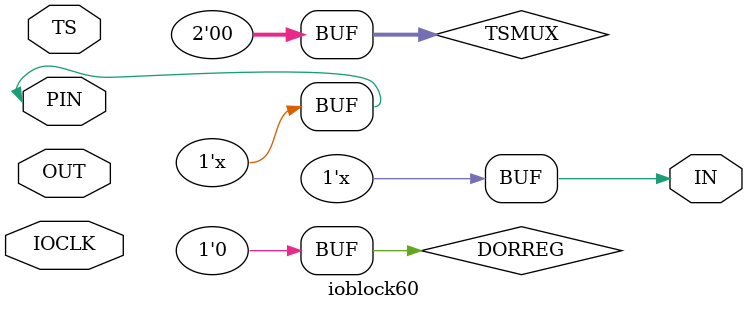
<source format=v>
module ioblock60(
	       inout  PIN,
	       input  TS,
	       input  OUT,
	       output IN,
	       input IOCLK
	       );
   
   reg 		     D;
   reg [2-1:0] 	     TSMUX;
   reg 		     DORREG;

   assign PIN = ( TSMUX == 2'b00 ) ? 1'bz : (( TSMUX == 2'b01 && TS == 1'b1 ) ? OUT : (( TSMUX == 2'b01 && TS == 1'b0 ) ? 1'bz : OUT));
   assign IN  = ( DORREG == 1'b0 ) ? PIN  : D;
   
   initial
     begin
	D=1'b0;
	TSMUX=2'b00;
	DORREG=1'b0;
     end
   
   always @(posedge IOCLK) D=PIN;
   
endmodule       

</source>
